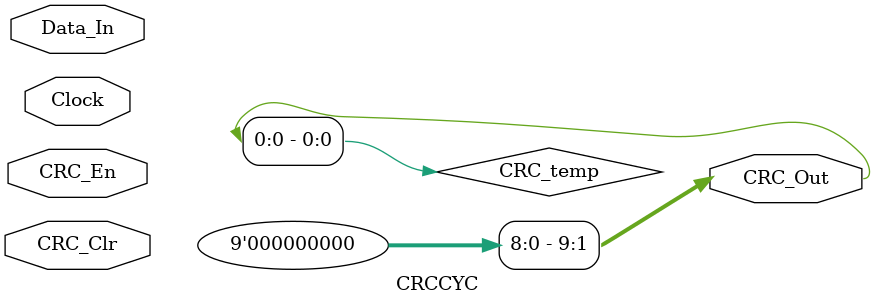
<source format=v>
module CRCCYC(Clock,Data_In,CRC_En,CRC_Clr,CRC_Out);
input Clock,CRC_En,CRC_Clr;
input [31:0] Data_In;
output reg [9:0] CRC_Out;
reg [9:0] CRC_Temp;
reg crcfb;
integer i;
always @(posedge Clock) begin
    if(CRC_Clr)
        begin
          CRC_Temp<=0;
        end
    else if(CRC_En)
        begin
          for(i=31;i>=0;i--)
          begin
            crcfb = CRC_temp[9];
            CRC_temp[9] = CRC_Temp[8]^crcfb;
            CRC_temp[8] = CRC_Temp[7];
            CRC_temp[7] = CRC_Temp[6];
            CRC_temp[6] = CRC_Temp[5];
            CRC_temp[5] = CRC_Temp[4]^crcfb;
            CRC_temp[4] = CRC_Temp[3]^crcfb;
            CRC_temp[3] = CRC_Temp[2];
            CRC_temp[2] = CRC_Temp[1];
            CRC_temp[1] = CRC_Temp[0]^crcfb;
            CRC_temp[0] = Data_In[i]^crcfb;
          end
        end 
end 
assign CRC_Out = CRC_temp;
endmodule
</source>
